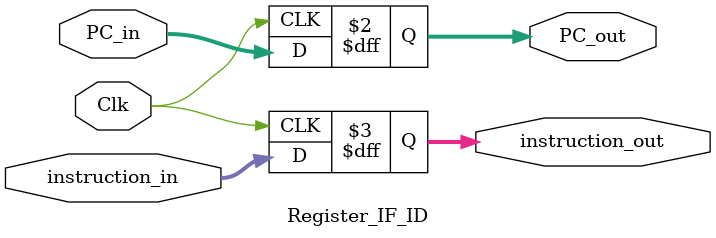
<source format=v>
`timescale 1ns / 1ps


module Register_IF_ID(
    // clock input
    input Clk,
    
    // input signals
    input [31:0] PC_in,
    input [31:0] instruction_in,
    
    // output signals
    output reg [31:0] PC_out,
    output reg [31:0] instruction_out
    );
    
    // modified functionality from original submission
    // write on posedge
    always @(posedge Clk) begin
        PC_out <= PC_in;
        instruction_out <= instruction_in;
    end
    
endmodule

</source>
